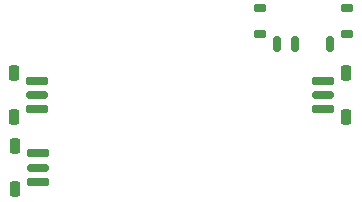
<source format=gbr>
%TF.GenerationSoftware,KiCad,Pcbnew,9.0.7*%
%TF.CreationDate,2026-01-31T17:00:11+00:00*%
%TF.ProjectId,timetable,74696d65-7461-4626-9c65-2e6b69636164,rev?*%
%TF.SameCoordinates,Original*%
%TF.FileFunction,Paste,Top*%
%TF.FilePolarity,Positive*%
%FSLAX46Y46*%
G04 Gerber Fmt 4.6, Leading zero omitted, Abs format (unit mm)*
G04 Created by KiCad (PCBNEW 9.0.7) date 2026-01-31 17:00:11*
%MOMM*%
%LPD*%
G01*
G04 APERTURE LIST*
G04 Aperture macros list*
%AMRoundRect*
0 Rectangle with rounded corners*
0 $1 Rounding radius*
0 $2 $3 $4 $5 $6 $7 $8 $9 X,Y pos of 4 corners*
0 Add a 4 corners polygon primitive as box body*
4,1,4,$2,$3,$4,$5,$6,$7,$8,$9,$2,$3,0*
0 Add four circle primitives for the rounded corners*
1,1,$1+$1,$2,$3*
1,1,$1+$1,$4,$5*
1,1,$1+$1,$6,$7*
1,1,$1+$1,$8,$9*
0 Add four rect primitives between the rounded corners*
20,1,$1+$1,$2,$3,$4,$5,0*
20,1,$1+$1,$4,$5,$6,$7,0*
20,1,$1+$1,$6,$7,$8,$9,0*
20,1,$1+$1,$8,$9,$2,$3,0*%
G04 Aperture macros list end*
%ADD10RoundRect,0.187500X0.712500X-0.187500X0.712500X0.187500X-0.712500X0.187500X-0.712500X-0.187500X0*%
%ADD11RoundRect,0.150000X0.750000X-0.150000X0.750000X0.150000X-0.750000X0.150000X-0.750000X-0.150000X0*%
%ADD12RoundRect,0.225000X0.225000X-0.425000X0.225000X0.425000X-0.225000X0.425000X-0.225000X-0.425000X0*%
%ADD13RoundRect,0.150000X0.150000X0.500000X-0.150000X0.500000X-0.150000X-0.500000X0.150000X-0.500000X0*%
%ADD14RoundRect,0.175000X0.350000X0.175000X-0.350000X0.175000X-0.350000X-0.175000X0.350000X-0.175000X0*%
%ADD15RoundRect,0.187500X-0.712500X0.187500X-0.712500X-0.187500X0.712500X-0.187500X0.712500X0.187500X0*%
%ADD16RoundRect,0.150000X-0.750000X0.150000X-0.750000X-0.150000X0.750000X-0.150000X0.750000X0.150000X0*%
%ADD17RoundRect,0.225000X-0.225000X0.425000X-0.225000X-0.425000X0.225000X-0.425000X0.225000X0.425000X0*%
G04 APERTURE END LIST*
D10*
%TO.C,SW3*%
X217100000Y-29225000D03*
X217100000Y-26775000D03*
D11*
X217100000Y-28000000D03*
D12*
X219050000Y-29850000D03*
X219050000Y-26150000D03*
%TD*%
D13*
%TO.C,SW2*%
X217740000Y-23710000D03*
X214740000Y-23710000D03*
X213240000Y-23710000D03*
D14*
X219165000Y-22860000D03*
X219165000Y-20660000D03*
X211815000Y-22860000D03*
X211815000Y-20660000D03*
%TD*%
D15*
%TO.C,SW4*%
X192950000Y-32925000D03*
X192950000Y-35375000D03*
D16*
X192950000Y-34150000D03*
D17*
X191000000Y-32300000D03*
X191000000Y-36000000D03*
%TD*%
D15*
%TO.C,SW1*%
X192900000Y-26775000D03*
X192900000Y-29225000D03*
D16*
X192900000Y-28000000D03*
D17*
X190950000Y-26150000D03*
X190950000Y-29850000D03*
%TD*%
M02*

</source>
